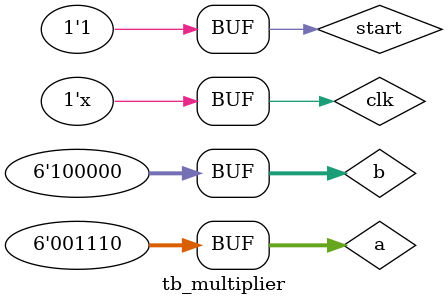
<source format=v>
`timescale 1ns / 1ps


module tb_multiplier;

	// Inputs
	reg [5:0] a;
	reg [5:0] b;
	reg clk;
	reg start;

	// Outputs
	wire [11:0] product;
	wire done;
	// Instantiate the Unit Under Test (UUT)
	multiplier uut (
		.a(a), 
		.b(b), 
		.clk(clk), 
		.start(start), 
		.product(product),
		.done(done)
	);

	initial begin
		// Initialize Inputs
		a = 14;
		b = 32;
		clk = 0;
		start = 0;

		// Wait 100 ns for global reset to finish
		#50;
      start = 1;
		#50;
		// Add stimulus here

	end
      
	always begin
		#20 clk = !clk;
	end
endmodule


</source>
